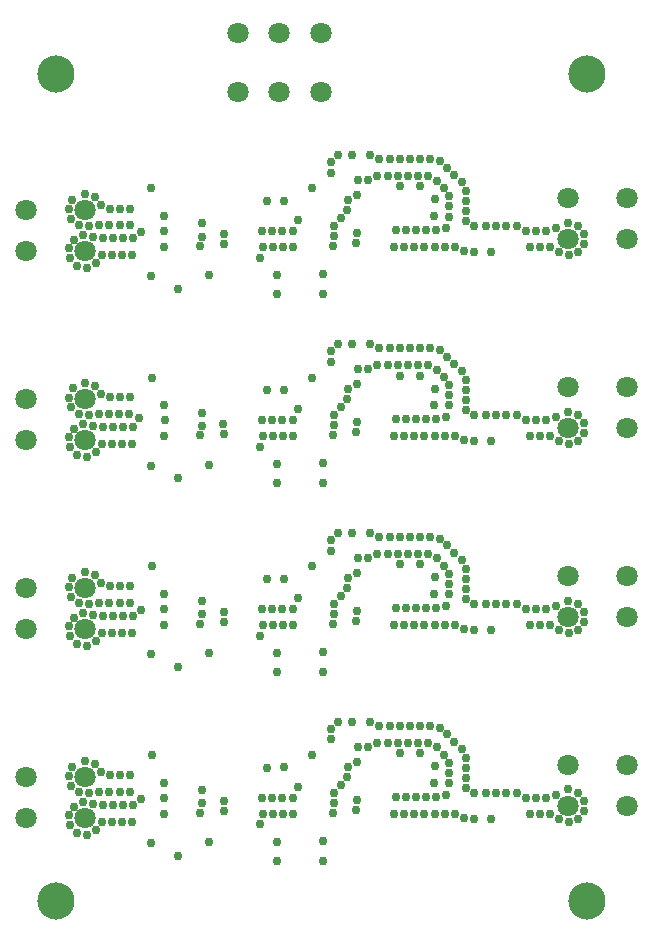
<source format=gbr>
G04*
G04 #@! TF.GenerationSoftware,Altium Limited,Altium Designer,25.1.2 (22)*
G04*
G04 Layer_Color=16711935*
%FSLAX25Y25*%
%MOIN*%
G70*
G04*
G04 #@! TF.SameCoordinates,A5DCB332-85D3-4D93-9494-DFC79FD2F11A*
G04*
G04*
G04 #@! TF.FilePolarity,Negative*
G04*
G01*
G75*
%ADD20C,0.12402*%
%ADD21C,0.07087*%
%ADD22C,0.02953*%
D20*
X206693Y299213D02*
D03*
X29528D02*
D03*
X206693Y23622D02*
D03*
X29528D02*
D03*
D21*
X117815Y312992D02*
D03*
Y293307D02*
D03*
X104035Y312992D02*
D03*
Y293307D02*
D03*
X90256Y312992D02*
D03*
Y293307D02*
D03*
X19685Y190945D02*
D03*
X39370D02*
D03*
X19685Y177165D02*
D03*
X39370D02*
D03*
X19685Y253937D02*
D03*
X39370D02*
D03*
X19685Y240158D02*
D03*
X39370D02*
D03*
X220079Y244291D02*
D03*
X200394D02*
D03*
X220079Y258071D02*
D03*
X200394D02*
D03*
X220079Y181299D02*
D03*
X200394D02*
D03*
X220079Y195079D02*
D03*
X200394D02*
D03*
X19685Y127953D02*
D03*
X39370D02*
D03*
X19685Y114173D02*
D03*
X39370D02*
D03*
X220079Y118307D02*
D03*
X200394D02*
D03*
X220079Y132087D02*
D03*
X200394D02*
D03*
X19685Y64961D02*
D03*
X39370D02*
D03*
X19685Y51181D02*
D03*
X39370D02*
D03*
X220079Y55315D02*
D03*
X200394D02*
D03*
X220079Y69095D02*
D03*
X200394D02*
D03*
D22*
X191051Y241526D02*
D03*
X194413D02*
D03*
X187689Y178534D02*
D03*
X186180Y247056D02*
D03*
X205597Y246028D02*
D03*
X191051Y115542D02*
D03*
X205627Y116682D02*
D03*
X189542Y58080D02*
D03*
X173047Y185531D02*
D03*
X200394Y123769D02*
D03*
X183133Y248479D02*
D03*
X186180Y121072D02*
D03*
X197286Y239779D02*
D03*
X187689Y241526D02*
D03*
X189542Y247056D02*
D03*
X205627Y242666D02*
D03*
X186180Y58080D02*
D03*
X200509Y49846D02*
D03*
X174472Y51083D02*
D03*
X200394Y249753D02*
D03*
X196184Y247794D02*
D03*
X189542Y184064D02*
D03*
X176409Y185509D02*
D03*
X205597Y57052D02*
D03*
X197286Y50803D02*
D03*
X203597Y185739D02*
D03*
X196184Y58818D02*
D03*
X192904Y58080D02*
D03*
Y184064D02*
D03*
X174472Y114075D02*
D03*
X196184Y121810D02*
D03*
X192904Y247056D02*
D03*
X203686Y176929D02*
D03*
X205597Y120044D02*
D03*
X179771Y59527D02*
D03*
X200394Y186761D02*
D03*
X205627Y53690D02*
D03*
X200509Y238822D02*
D03*
X203686Y50944D02*
D03*
X176409Y122517D02*
D03*
X203597Y122747D02*
D03*
X196184Y184802D02*
D03*
X173047Y248523D02*
D03*
Y122539D02*
D03*
X176409Y248501D02*
D03*
X200509Y175830D02*
D03*
X176409Y59525D02*
D03*
X187689Y52550D02*
D03*
X179771Y248503D02*
D03*
X197286Y176787D02*
D03*
X183133Y122495D02*
D03*
X194413Y115542D02*
D03*
X179771Y185511D02*
D03*
X205597Y183036D02*
D03*
X200509Y112838D02*
D03*
X200394Y60777D02*
D03*
X203686Y113936D02*
D03*
X203597Y59754D02*
D03*
X183133Y59503D02*
D03*
X203597Y248731D02*
D03*
X174472Y240060D02*
D03*
X192904Y121072D02*
D03*
X179771Y122519D02*
D03*
X197286Y113795D02*
D03*
X203686Y239921D02*
D03*
X174472Y177067D02*
D03*
X187689Y115542D02*
D03*
X194413Y52550D02*
D03*
X191051Y178534D02*
D03*
X183133Y185487D02*
D03*
X173047Y59547D02*
D03*
X189542Y121072D02*
D03*
X191051Y52550D02*
D03*
X186180Y184064D02*
D03*
X205627Y179674D02*
D03*
X194413Y178534D02*
D03*
X169078Y59547D02*
D03*
X168954Y51083D02*
D03*
X165596Y51247D02*
D03*
X162522Y52609D02*
D03*
X159160D02*
D03*
X155798D02*
D03*
X152436D02*
D03*
X149073D02*
D03*
X145711D02*
D03*
X142349D02*
D03*
X129677Y54012D02*
D03*
X129867Y57369D02*
D03*
X142940Y58139D02*
D03*
X146303D02*
D03*
X149665D02*
D03*
X153027D02*
D03*
X156389D02*
D03*
X159639Y59001D02*
D03*
X169078Y122539D02*
D03*
X168954Y114075D02*
D03*
X165596Y114239D02*
D03*
X162522Y115601D02*
D03*
X159160D02*
D03*
X155798D02*
D03*
X152436D02*
D03*
X149073D02*
D03*
X145711D02*
D03*
X142349D02*
D03*
X129677Y117004D02*
D03*
X129867Y120361D02*
D03*
X142940Y121131D02*
D03*
X146303D02*
D03*
X149665D02*
D03*
X153027D02*
D03*
X156389D02*
D03*
X159639Y121993D02*
D03*
X169078Y185531D02*
D03*
X168954Y177067D02*
D03*
X165596Y177231D02*
D03*
X162522Y178593D02*
D03*
X159160D02*
D03*
X155798D02*
D03*
X152436D02*
D03*
X149073D02*
D03*
X145711D02*
D03*
X142349D02*
D03*
X129677Y179996D02*
D03*
X129867Y183353D02*
D03*
X142940Y184123D02*
D03*
X146303D02*
D03*
X149665D02*
D03*
X153027D02*
D03*
X156389D02*
D03*
X159639Y184985D02*
D03*
Y247977D02*
D03*
X156389Y247115D02*
D03*
X153027D02*
D03*
X149665D02*
D03*
X146303D02*
D03*
X142940D02*
D03*
X129867Y246345D02*
D03*
X129677Y242988D02*
D03*
X142349Y241585D02*
D03*
X145711D02*
D03*
X149073D02*
D03*
X152436D02*
D03*
X155798D02*
D03*
X159160D02*
D03*
X162522D02*
D03*
X165596Y240223D02*
D03*
X168954Y240060D02*
D03*
X169078Y248523D02*
D03*
X166151Y256902D02*
D03*
X160621Y251766D02*
D03*
X166151Y250178D02*
D03*
Y253540D02*
D03*
X160621Y255128D02*
D03*
X155709Y62894D02*
D03*
Y125886D02*
D03*
Y188878D02*
D03*
Y251969D02*
D03*
X61417Y261319D02*
D03*
X103248Y43406D02*
D03*
Y36811D02*
D03*
Y106398D02*
D03*
Y99803D02*
D03*
Y169390D02*
D03*
Y162795D02*
D03*
Y225787D02*
D03*
Y232382D02*
D03*
X61516Y72342D02*
D03*
X61417Y42815D02*
D03*
X80610Y43209D02*
D03*
X97638Y49114D02*
D03*
X105709Y68110D02*
D03*
X115059Y72244D02*
D03*
X144390Y72933D02*
D03*
X151083D02*
D03*
X155905Y68701D02*
D03*
X61516Y135335D02*
D03*
X61417Y105807D02*
D03*
X80610Y106201D02*
D03*
X97638Y112106D02*
D03*
X105709Y131102D02*
D03*
X115059Y135236D02*
D03*
X144390Y135925D02*
D03*
X151083D02*
D03*
X155905Y131693D02*
D03*
X61516Y198072D02*
D03*
X61417Y168544D02*
D03*
X80610Y168938D02*
D03*
X97638Y174843D02*
D03*
X105709Y193839D02*
D03*
X115059Y197973D02*
D03*
X144390Y198662D02*
D03*
X151083D02*
D03*
X155905Y194430D02*
D03*
Y257677D02*
D03*
X151083Y261910D02*
D03*
X144390D02*
D03*
X115059Y261221D02*
D03*
X105709Y257087D02*
D03*
X97638Y238090D02*
D03*
X80610Y232185D02*
D03*
X61417Y231791D02*
D03*
X118701Y36909D02*
D03*
Y43602D02*
D03*
Y99902D02*
D03*
Y106595D02*
D03*
Y162894D02*
D03*
Y169587D02*
D03*
Y232579D02*
D03*
Y225886D02*
D03*
X99902Y68012D02*
D03*
Y131004D02*
D03*
Y193996D02*
D03*
X70177Y38583D02*
D03*
Y101575D02*
D03*
Y164567D02*
D03*
X99902Y256988D02*
D03*
X70177Y227559D02*
D03*
X121812Y241922D02*
D03*
X105186Y52540D02*
D03*
X121812Y52946D02*
D03*
X101744Y184054D02*
D03*
X108468Y58070D02*
D03*
X85447Y182770D02*
D03*
X105106Y247046D02*
D03*
X121812Y115938D02*
D03*
X85473Y179408D02*
D03*
X101744Y58070D02*
D03*
X85516Y56854D02*
D03*
X105186Y178524D02*
D03*
X101824Y241516D02*
D03*
X108468Y184054D02*
D03*
X85542Y53492D02*
D03*
X108468Y121062D02*
D03*
X122386Y245235D02*
D03*
Y56259D02*
D03*
X105106Y184054D02*
D03*
X101824Y178524D02*
D03*
X105186Y115532D02*
D03*
X122386Y119251D02*
D03*
X101824Y52540D02*
D03*
Y115532D02*
D03*
X105106Y58070D02*
D03*
X108548Y178524D02*
D03*
X121812Y178930D02*
D03*
X98382Y121062D02*
D03*
X98462Y115532D02*
D03*
X85516Y119846D02*
D03*
X122386Y182243D02*
D03*
X98382Y247046D02*
D03*
X101744D02*
D03*
X98382Y58070D02*
D03*
X98462Y178524D02*
D03*
X85516Y245831D02*
D03*
X108548Y52540D02*
D03*
X98462D02*
D03*
X98382Y184054D02*
D03*
X108468Y247046D02*
D03*
X85542Y242469D02*
D03*
X108548Y241516D02*
D03*
X85542Y116484D02*
D03*
X108548Y115532D02*
D03*
X105186Y241516D02*
D03*
X98462D02*
D03*
X101744Y121062D02*
D03*
X105106D02*
D03*
X110195Y61567D02*
D03*
X39370Y70423D02*
D03*
X42573Y69400D02*
D03*
X44573Y66698D02*
D03*
X47700Y65462D02*
D03*
X51062D02*
D03*
X54425D02*
D03*
X65748Y63090D02*
D03*
X78173Y60524D02*
D03*
X54156Y59932D02*
D03*
X50794D02*
D03*
X47432D02*
D03*
X44070D02*
D03*
X40718Y59663D02*
D03*
X37363Y59869D02*
D03*
X34756Y61994D02*
D03*
X33890Y65242D02*
D03*
X35097Y68380D02*
D03*
X78173Y56121D02*
D03*
X77600Y52808D02*
D03*
X54874Y50089D02*
D03*
X51512D02*
D03*
X48149D02*
D03*
X44787D02*
D03*
X43108Y47177D02*
D03*
X40062Y45753D02*
D03*
X36757Y46372D02*
D03*
X34433Y48802D02*
D03*
X33976Y52133D02*
D03*
X35558Y55100D02*
D03*
X38570Y56595D02*
D03*
X41888Y56054D02*
D03*
X45222Y55619D02*
D03*
X48584D02*
D03*
X51946D02*
D03*
X55309D02*
D03*
X58062Y57549D02*
D03*
X65748Y57874D02*
D03*
X65650Y52658D02*
D03*
X110195Y124559D02*
D03*
X39370Y133415D02*
D03*
X42573Y132392D02*
D03*
X44573Y129690D02*
D03*
X47700Y128454D02*
D03*
X51062D02*
D03*
X54425D02*
D03*
X65748Y126083D02*
D03*
X78173Y123516D02*
D03*
X54156Y122924D02*
D03*
X50794D02*
D03*
X47432D02*
D03*
X44070D02*
D03*
X40718Y122655D02*
D03*
X37363Y122862D02*
D03*
X34756Y124986D02*
D03*
X33890Y128235D02*
D03*
X35097Y131372D02*
D03*
X78173Y119113D02*
D03*
X77600Y115800D02*
D03*
X54874Y113081D02*
D03*
X51512D02*
D03*
X48149D02*
D03*
X44787D02*
D03*
X43108Y110169D02*
D03*
X40062Y108745D02*
D03*
X36757Y109364D02*
D03*
X34433Y111794D02*
D03*
X33976Y115125D02*
D03*
X35558Y118092D02*
D03*
X38570Y119587D02*
D03*
X41888Y119046D02*
D03*
X45222Y118612D02*
D03*
X48584D02*
D03*
X51946D02*
D03*
X55309D02*
D03*
X58062Y120542D02*
D03*
X65748Y120866D02*
D03*
X65650Y115650D02*
D03*
X134335Y83196D02*
D03*
X137437Y81899D02*
D03*
X140799D02*
D03*
X144161D02*
D03*
X147524D02*
D03*
X150886D02*
D03*
X154248D02*
D03*
X157575Y81412D02*
D03*
X160031Y79116D02*
D03*
X162408Y76738D02*
D03*
X164786Y74361D02*
D03*
X166151Y71288D02*
D03*
Y67926D02*
D03*
Y64564D02*
D03*
Y61202D02*
D03*
X160621Y62790D02*
D03*
Y66152D02*
D03*
Y69514D02*
D03*
X158915Y72411D02*
D03*
X156537Y74789D02*
D03*
X153569Y76369D02*
D03*
X150207D02*
D03*
X146845D02*
D03*
X143483D02*
D03*
X140121D02*
D03*
X136758D02*
D03*
X133712Y74947D02*
D03*
X130350Y74902D02*
D03*
X128445Y83366D02*
D03*
X129823Y70043D02*
D03*
X127005Y68209D02*
D03*
X126720Y64859D02*
D03*
X124680Y62187D02*
D03*
X122386Y59729D02*
D03*
X121379Y77441D02*
D03*
Y80803D02*
D03*
X123564Y83358D02*
D03*
X134335Y146188D02*
D03*
X137437Y144891D02*
D03*
X140799D02*
D03*
X144161D02*
D03*
X147524D02*
D03*
X150886D02*
D03*
X154248D02*
D03*
X157575Y144404D02*
D03*
X160031Y142108D02*
D03*
X162408Y139730D02*
D03*
X164786Y137353D02*
D03*
X166151Y134280D02*
D03*
Y130918D02*
D03*
Y127556D02*
D03*
Y124194D02*
D03*
X160621Y125782D02*
D03*
Y129144D02*
D03*
Y132506D02*
D03*
X158915Y135403D02*
D03*
X156537Y137781D02*
D03*
X153569Y139361D02*
D03*
X150207D02*
D03*
X146845D02*
D03*
X143483D02*
D03*
X140121D02*
D03*
X136758D02*
D03*
X133712Y137940D02*
D03*
X130350Y137894D02*
D03*
X128445Y146358D02*
D03*
X129823Y133035D02*
D03*
X127005Y131201D02*
D03*
X126720Y127851D02*
D03*
X124680Y125179D02*
D03*
X122386Y122721D02*
D03*
X121379Y140433D02*
D03*
Y143795D02*
D03*
X123564Y146350D02*
D03*
X134335Y209180D02*
D03*
X137437Y207883D02*
D03*
X140799D02*
D03*
X144161D02*
D03*
X147524D02*
D03*
X150886D02*
D03*
X154248D02*
D03*
X157575Y207396D02*
D03*
X160031Y205100D02*
D03*
X162408Y202722D02*
D03*
X164786Y200345D02*
D03*
X166151Y197272D02*
D03*
Y193910D02*
D03*
Y190548D02*
D03*
Y187186D02*
D03*
X160621Y188774D02*
D03*
Y192136D02*
D03*
Y195498D02*
D03*
X158915Y198395D02*
D03*
X156537Y200773D02*
D03*
X153569Y202353D02*
D03*
X150207D02*
D03*
X146845D02*
D03*
X143483D02*
D03*
X140121D02*
D03*
X136758D02*
D03*
X133712Y200932D02*
D03*
X130350Y200886D02*
D03*
X128445Y209350D02*
D03*
X129823Y196027D02*
D03*
X127005Y194193D02*
D03*
X126720Y190843D02*
D03*
X124680Y188171D02*
D03*
X122386Y185713D02*
D03*
X121379Y203425D02*
D03*
Y206787D02*
D03*
X123564Y209342D02*
D03*
X110195Y187551D02*
D03*
X65551Y189075D02*
D03*
Y178445D02*
D03*
X35202Y194501D02*
D03*
X33911Y191397D02*
D03*
X34684Y188125D02*
D03*
X37217Y185914D02*
D03*
X40564Y185595D02*
D03*
X43911Y185916D02*
D03*
X47273D02*
D03*
X50635D02*
D03*
X53997D02*
D03*
X57382Y184646D02*
D03*
X78173Y186253D02*
D03*
X54425Y191446D02*
D03*
X51062D02*
D03*
X47700D02*
D03*
X44573Y192682D02*
D03*
X42573Y195384D02*
D03*
X39370Y196407D02*
D03*
X65847Y183858D02*
D03*
X55309Y181604D02*
D03*
X51946D02*
D03*
X48584D02*
D03*
X45222D02*
D03*
X41888Y182038D02*
D03*
X38570Y182579D02*
D03*
X35558Y181084D02*
D03*
X33976Y178117D02*
D03*
X34433Y174786D02*
D03*
X36757Y172356D02*
D03*
X40062Y171737D02*
D03*
X43108Y173161D02*
D03*
X44787Y176074D02*
D03*
X48149D02*
D03*
X51512D02*
D03*
X54874D02*
D03*
X77600Y178792D02*
D03*
X78173Y182105D02*
D03*
X65650Y241634D02*
D03*
X65748Y246850D02*
D03*
X58062Y246526D02*
D03*
X55309Y244596D02*
D03*
X51946D02*
D03*
X48584D02*
D03*
X45222D02*
D03*
X41888Y245030D02*
D03*
X38570Y245571D02*
D03*
X35558Y244076D02*
D03*
X33976Y241109D02*
D03*
X34433Y237778D02*
D03*
X36757Y235349D02*
D03*
X40062Y234729D02*
D03*
X43108Y236153D02*
D03*
X44787Y239066D02*
D03*
X48149D02*
D03*
X51512D02*
D03*
X54874D02*
D03*
X77600Y241785D02*
D03*
X78173Y245097D02*
D03*
X35097Y257357D02*
D03*
X33890Y254219D02*
D03*
X34756Y250970D02*
D03*
X37363Y248846D02*
D03*
X40718Y248639D02*
D03*
X44070Y248908D02*
D03*
X47432D02*
D03*
X50794D02*
D03*
X54156D02*
D03*
X78173Y249500D02*
D03*
X65748Y252067D02*
D03*
X54425Y254438D02*
D03*
X51062D02*
D03*
X47700D02*
D03*
X44573Y255674D02*
D03*
X42573Y258376D02*
D03*
X39370Y259399D02*
D03*
X123564Y272334D02*
D03*
X121379Y269779D02*
D03*
Y266417D02*
D03*
X110195Y250543D02*
D03*
X122386Y248705D02*
D03*
X124680Y251163D02*
D03*
X126720Y253836D02*
D03*
X127005Y257186D02*
D03*
X129823Y259019D02*
D03*
X128445Y272342D02*
D03*
X130350Y263878D02*
D03*
X133712Y263924D02*
D03*
X136758Y265345D02*
D03*
X140121D02*
D03*
X143483D02*
D03*
X146845D02*
D03*
X150207D02*
D03*
X153569D02*
D03*
X156537Y263765D02*
D03*
X158915Y261388D02*
D03*
X160621Y258490D02*
D03*
X166151Y260264D02*
D03*
X164786Y263337D02*
D03*
X162408Y265715D02*
D03*
X160031Y268092D02*
D03*
X157575Y270388D02*
D03*
X154248Y270875D02*
D03*
X150886D02*
D03*
X147524D02*
D03*
X144161D02*
D03*
X140799D02*
D03*
X137437D02*
D03*
X134335Y272173D02*
D03*
M02*

</source>
